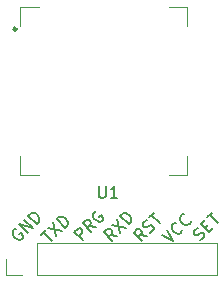
<source format=gbr>
%TF.GenerationSoftware,KiCad,Pcbnew,(5.1.8)-1*%
%TF.CreationDate,2021-01-29T11:55:22+09:00*%
%TF.ProjectId,REF_TWELITE_REVF_ANT,5245465f-5457-4454-9c49-54455f524556,rev?*%
%TF.SameCoordinates,Original*%
%TF.FileFunction,Legend,Top*%
%TF.FilePolarity,Positive*%
%FSLAX46Y46*%
G04 Gerber Fmt 4.6, Leading zero omitted, Abs format (unit mm)*
G04 Created by KiCad (PCBNEW (5.1.8)-1) date 2021-01-29 11:55:22*
%MOMM*%
%LPD*%
G01*
G04 APERTURE LIST*
%ADD10C,0.150000*%
%ADD11C,0.120000*%
%ADD12C,0.300000*%
G04 APERTURE END LIST*
D10*
X121110123Y-86751696D02*
X121244810Y-86684352D01*
X121413169Y-86515993D01*
X121446841Y-86414978D01*
X121446841Y-86347635D01*
X121413169Y-86246619D01*
X121345825Y-86179276D01*
X121244810Y-86145604D01*
X121177467Y-86145604D01*
X121076451Y-86179276D01*
X120908093Y-86280291D01*
X120807077Y-86313963D01*
X120739734Y-86313963D01*
X120638719Y-86280291D01*
X120571375Y-86212948D01*
X120537703Y-86111932D01*
X120537703Y-86044589D01*
X120571375Y-85943574D01*
X120739734Y-85775215D01*
X120874421Y-85707871D01*
X121480512Y-85707871D02*
X121716215Y-85472169D01*
X122187619Y-85741543D02*
X121850902Y-86078261D01*
X121143795Y-85371154D01*
X121480512Y-85034436D01*
X121682543Y-84832406D02*
X122086604Y-84428345D01*
X122591680Y-85337482D02*
X121884574Y-84630375D01*
X117821365Y-86331383D02*
X118764174Y-86802788D01*
X118292770Y-85859979D01*
X119572296Y-85859979D02*
X119572296Y-85927322D01*
X119504953Y-86062009D01*
X119437609Y-86129353D01*
X119302922Y-86196696D01*
X119168235Y-86196696D01*
X119067220Y-86163025D01*
X118898861Y-86062009D01*
X118797846Y-85960994D01*
X118696831Y-85792635D01*
X118663159Y-85691620D01*
X118663159Y-85556933D01*
X118730503Y-85422246D01*
X118797846Y-85354903D01*
X118932533Y-85287559D01*
X118999877Y-85287559D01*
X120279403Y-85152872D02*
X120279403Y-85220216D01*
X120212060Y-85354903D01*
X120144716Y-85422246D01*
X120010029Y-85489590D01*
X119875342Y-85489590D01*
X119774327Y-85455918D01*
X119605968Y-85354903D01*
X119504953Y-85253887D01*
X119403938Y-85085529D01*
X119370266Y-84984513D01*
X119370266Y-84849826D01*
X119437609Y-84715139D01*
X119504953Y-84647796D01*
X119639640Y-84580452D01*
X119706983Y-84580452D01*
X116569456Y-86419406D02*
X115997036Y-86318391D01*
X116165395Y-86823467D02*
X115458288Y-86116361D01*
X115727662Y-85846987D01*
X115828677Y-85813315D01*
X115896021Y-85813315D01*
X115997036Y-85846987D01*
X116098051Y-85948002D01*
X116131723Y-86049017D01*
X116131723Y-86116361D01*
X116098051Y-86217376D01*
X115828677Y-86486750D01*
X116805158Y-86116361D02*
X116939845Y-86049017D01*
X117108204Y-85880658D01*
X117141876Y-85779643D01*
X117141876Y-85712299D01*
X117108204Y-85611284D01*
X117040861Y-85543941D01*
X116939845Y-85510269D01*
X116872502Y-85510269D01*
X116771487Y-85543941D01*
X116603128Y-85644956D01*
X116502112Y-85678628D01*
X116434769Y-85678628D01*
X116333754Y-85644956D01*
X116266410Y-85577612D01*
X116232738Y-85476597D01*
X116232738Y-85409254D01*
X116266410Y-85308238D01*
X116434769Y-85139880D01*
X116569456Y-85072536D01*
X116737815Y-84836834D02*
X117141876Y-84432773D01*
X117646952Y-85341910D02*
X116939845Y-84634803D01*
X114059577Y-86401986D02*
X113487157Y-86300970D01*
X113655516Y-86806047D02*
X112948409Y-86098940D01*
X113217783Y-85829566D01*
X113318798Y-85795894D01*
X113386142Y-85795894D01*
X113487157Y-85829566D01*
X113588172Y-85930581D01*
X113621844Y-86031596D01*
X113621844Y-86098940D01*
X113588172Y-86199955D01*
X113318798Y-86469329D01*
X113588172Y-85459177D02*
X114766683Y-85694879D01*
X114059577Y-84987772D02*
X114295279Y-86166283D01*
X115036057Y-85425505D02*
X114328951Y-84718398D01*
X114497309Y-84550039D01*
X114631996Y-84482696D01*
X114766683Y-84482696D01*
X114867699Y-84516368D01*
X115036057Y-84617383D01*
X115137073Y-84718398D01*
X115238088Y-84886757D01*
X115271760Y-84987772D01*
X115271760Y-85122459D01*
X115204416Y-85257146D01*
X115036057Y-85425505D01*
X111149480Y-86759383D02*
X110442373Y-86052276D01*
X110711747Y-85782902D01*
X110812762Y-85749230D01*
X110880106Y-85749230D01*
X110981121Y-85782902D01*
X111082136Y-85883917D01*
X111115808Y-85984932D01*
X111115808Y-86052276D01*
X111082136Y-86153291D01*
X110812762Y-86422665D01*
X112260648Y-85648215D02*
X111688228Y-85547200D01*
X111856587Y-86052276D02*
X111149480Y-85345169D01*
X111418854Y-85075795D01*
X111519869Y-85042123D01*
X111587212Y-85042123D01*
X111688228Y-85075795D01*
X111789243Y-85176810D01*
X111822915Y-85277825D01*
X111822915Y-85345169D01*
X111789243Y-85446184D01*
X111519869Y-85715558D01*
X112260648Y-84301345D02*
X112159632Y-84335016D01*
X112058617Y-84436032D01*
X111991274Y-84570719D01*
X111991274Y-84705406D01*
X112024945Y-84806421D01*
X112125961Y-84974780D01*
X112226976Y-85075795D01*
X112395335Y-85176810D01*
X112496350Y-85210482D01*
X112631037Y-85210482D01*
X112765724Y-85143138D01*
X112833067Y-85075795D01*
X112900411Y-84941108D01*
X112900411Y-84873764D01*
X112664709Y-84638062D01*
X112530022Y-84772749D01*
X107610273Y-86306276D02*
X108014334Y-85902215D01*
X108519410Y-86811352D02*
X107812303Y-86104245D01*
X108182693Y-85733856D02*
X109361204Y-85969558D01*
X108654097Y-85262451D02*
X108889800Y-86440963D01*
X109630578Y-85700184D02*
X108923471Y-84993077D01*
X109091830Y-84824719D01*
X109226517Y-84757375D01*
X109361204Y-84757375D01*
X109462219Y-84791047D01*
X109630578Y-84892062D01*
X109731593Y-84993077D01*
X109832609Y-85161436D01*
X109866280Y-85262451D01*
X109866280Y-85397138D01*
X109798937Y-85531825D01*
X109630578Y-85700184D01*
X105482898Y-85795894D02*
X105381883Y-85829566D01*
X105280868Y-85930581D01*
X105213524Y-86065268D01*
X105213524Y-86199955D01*
X105247196Y-86300970D01*
X105348211Y-86469329D01*
X105449226Y-86570344D01*
X105617585Y-86671360D01*
X105718600Y-86705031D01*
X105853287Y-86705031D01*
X105987974Y-86637688D01*
X106055318Y-86570344D01*
X106122661Y-86435657D01*
X106122661Y-86368314D01*
X105886959Y-86132612D01*
X105752272Y-86267299D01*
X106493051Y-86132612D02*
X105785944Y-85425505D01*
X106897112Y-85728551D01*
X106190005Y-85021444D01*
X107233829Y-85391833D02*
X106526722Y-84684726D01*
X106695081Y-84516368D01*
X106829768Y-84449024D01*
X106964455Y-84449024D01*
X107065470Y-84482696D01*
X107233829Y-84583711D01*
X107334844Y-84684726D01*
X107435860Y-84853085D01*
X107469531Y-84954100D01*
X107469531Y-85088787D01*
X107402188Y-85223474D01*
X107233829Y-85391833D01*
D11*
%TO.C,U1*%
X105809600Y-67003601D02*
X105809600Y-68603601D01*
X105809600Y-67003601D02*
X107409600Y-67003601D01*
X120009600Y-67003601D02*
X118409600Y-67003601D01*
X120009600Y-67003601D02*
X120009600Y-68603601D01*
X120009600Y-81203601D02*
X118409600Y-81203601D01*
X120009600Y-81203601D02*
X120009600Y-79603601D01*
X105809600Y-81203601D02*
X105809600Y-79603601D01*
X107409600Y-81203601D02*
X105809600Y-81203601D01*
D12*
X105509600Y-68903601D02*
G75*
G03*
X105509600Y-68903601I-100000J0D01*
G01*
D11*
%TO.C,J2*%
X104651500Y-89671200D02*
X104651500Y-88341200D01*
X105981500Y-89671200D02*
X104651500Y-89671200D01*
X107251500Y-89671200D02*
X107251500Y-87011200D01*
X107251500Y-87011200D02*
X122551500Y-87011200D01*
X107251500Y-89671200D02*
X122551500Y-89671200D01*
X122551500Y-89671200D02*
X122551500Y-87011200D01*
%TO.C,U1*%
D10*
X112513431Y-82168740D02*
X112513431Y-82978264D01*
X112561050Y-83073502D01*
X112608669Y-83121121D01*
X112703907Y-83168740D01*
X112894383Y-83168740D01*
X112989621Y-83121121D01*
X113037240Y-83073502D01*
X113084859Y-82978264D01*
X113084859Y-82168740D01*
X114084859Y-83168740D02*
X113513431Y-83168740D01*
X113799145Y-83168740D02*
X113799145Y-82168740D01*
X113703907Y-82311598D01*
X113608669Y-82406836D01*
X113513431Y-82454455D01*
%TD*%
M02*

</source>
